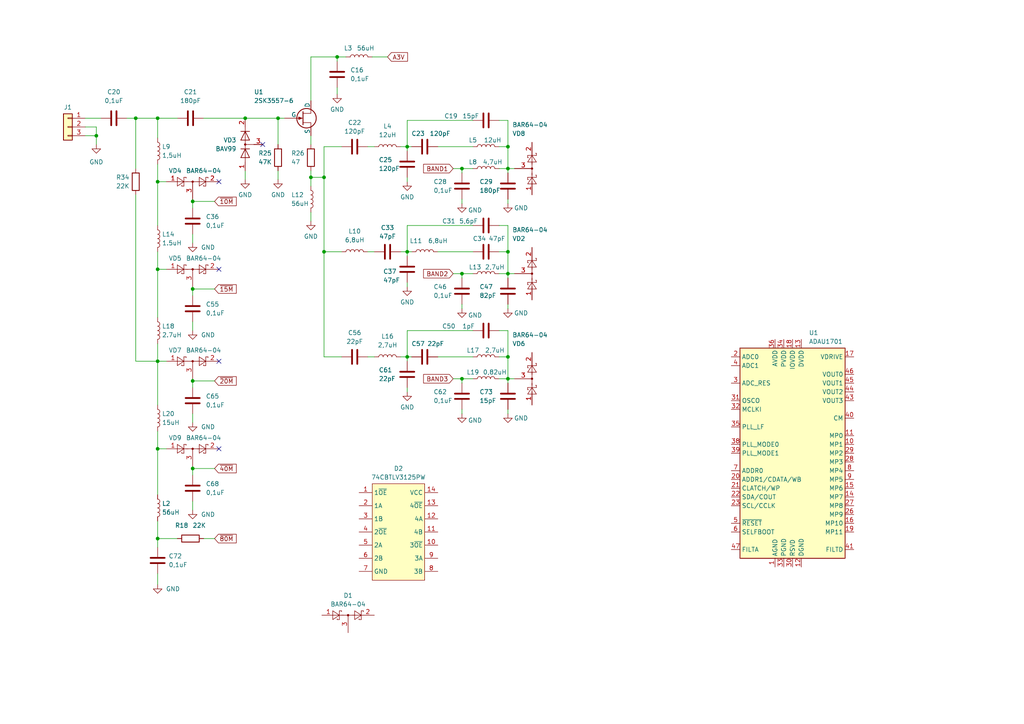
<source format=kicad_sch>
(kicad_sch (version 20230121) (generator eeschema)
  (paper "A4")
  (lib_symbols
    (symbol "Connector_Generic:Conn_01x03" (pin_names (offset 1.016) hide)
      (property "Reference" "J" (at 0 5.08 0))
      (property "Value" "Conn_01x03" (at 0 -5.08 0))
      (symbol "Conn_01x03_1_1"
        (rectangle (start -1.27 -2.413) (end 0 -2.667) (stroke (width 0.1524)))
        (rectangle (start -1.27 0.127) (end 0 -0.127) (stroke (width 0.1524)))
        (rectangle (start -1.27 2.667) (end 0 2.413) (stroke (width 0.1524)))
        (rectangle (start -1.27 3.81) (end 1.27 -3.81) (stroke (width 0.254)) (fill (type background)))
        (pin passive line (at -5.08 2.54 0) (length 3.81) (name "Pin_1") (number "1"))
        (pin passive line (at -5.08 0 0) (length 3.81) (name "Pin_2") (number "2"))
        (pin passive line (at -5.08 -2.54 0) (length 3.81) (name "Pin_3") (number "3"))
      )
    )
    (symbol "Custom_Symbols:74CBTLV3125PW"
      (property "Reference" "D" (at -1.27 16.51 0))
      (property "Value" "74CBTLV3125PW" (at 0 -16.51 0))
      (symbol "74CBTLV3125PW_1_1"
        (rectangle (start -7.62 13.97) (end 7.62 -13.97) (fill (type background)))
        (pin passive line (at -11.43 11.43 0) (length 3.81) (name "1~{OE}") (number "1"))
        (pin passive line (at 11.43 -3.81 180) (length 3.81) (name "3~{OE}") (number "10"))
        (pin passive line (at 11.43 0 180) (length 3.81) (name "4B") (number "11"))
        (pin passive line (at 11.43 3.81 180) (length 3.81) (name "4A") (number "12"))
        (pin passive line (at 11.43 7.62 180) (length 3.81) (name "4~{OE}") (number "13"))
        (pin power_in line (at 11.43 11.43 180) (length 3.81) (name "VCC") (number "14"))
        (pin passive line (at -11.43 7.62 0) (length 3.81) (name "1A") (number "2"))
        (pin passive line (at -11.43 3.81 0) (length 3.81) (name "1B") (number "3"))
        (pin passive line (at -11.43 0 0) (length 3.81) (name "2~{OE}") (number "4"))
        (pin passive line (at -11.43 -3.81 0) (length 3.81) (name "2A") (number "5"))
        (pin passive line (at -11.43 -7.62 0) (length 3.81) (name "2B") (number "6"))
        (pin power_in line (at -11.43 -11.43 0) (length 3.81) (name "GND") (number "7"))
        (pin passive line (at 11.43 -11.43 180) (length 3.81) (name "3B") (number "8"))
        (pin passive line (at 11.43 -7.62 180) (length 3.81) (name "3A") (number "9"))
      )
    )
    (symbol "DSP_AnalogDevices:ADAU1701"
      (property "Reference" "U" (at -12.7 31.75 0))
      (property "Value" "ADAU1701" (at 3.81 31.75 0))
      (symbol "ADAU1701_0_1"
        (rectangle (start -15.24 30.48) (end 15.24 -30.48) (stroke (width 0.254)) (fill (type background)))
      )
      (symbol "ADAU1701_1_1"
        (pin power_in line (at -5.08 -33.02 90) (length 2.54) (name "AGND") (number "1"))
        (pin bidirectional line (at 17.78 2.54 180) (length 2.54) (name "MP1") (number "10"))
        (pin bidirectional line (at 17.78 5.08 180) (length 2.54) (name "MP0") (number "11"))
        (pin power_in line (at 2.54 -33.02 90) (length 2.54) (name "DGND") (number "12"))
        (pin power_in line (at 2.54 33.02 270) (length 2.54) (name "DVDD") (number "13"))
        (pin bidirectional line (at 17.78 -12.7 180) (length 2.54) (name "MP7") (number "14"))
        (pin bidirectional line (at 17.78 -10.16 180) (length 2.54) (name "MP6") (number "15"))
        (pin bidirectional line (at 17.78 -20.32 180) (length 2.54) (name "MP10") (number "16"))
        (pin output line (at 17.78 27.94 180) (length 2.54) (name "VDRIVE") (number "17"))
        (pin power_in line (at 0 33.02 270) (length 2.54) (name "IOVDD") (number "18"))
        (pin bidirectional line (at 17.78 -22.86 180) (length 2.54) (name "MP11") (number "19"))
        (pin input line (at -17.78 27.94 0) (length 2.54) (name "ADC0") (number "2"))
        (pin input line (at -17.78 -7.62 0) (length 2.54) (name "ADDR1/CDATA/WB") (number "20"))
        (pin bidirectional line (at -17.78 -10.16 0) (length 2.54) (name "CLATCH/WP") (number "21"))
        (pin bidirectional line (at -17.78 -12.7 0) (length 2.54) (name "SDA/COUT") (number "22"))
        (pin bidirectional line (at -17.78 -15.24 0) (length 2.54) (name "SCL/CCLK") (number "23"))
        (pin passive line (at 2.54 33.02 270) (length 2.54) hide (name "DVDD") (number "24"))
        (pin passive line (at 2.54 -33.02 90) (length 2.54) hide (name "DGND") (number "25"))
        (pin bidirectional line (at 17.78 -17.78 180) (length 2.54) (name "MP9") (number "26"))
        (pin bidirectional line (at 17.78 -15.24 180) (length 2.54) (name "MP8") (number "27"))
        (pin bidirectional line (at 17.78 -2.54 180) (length 2.54) (name "MP3") (number "28"))
        (pin bidirectional line (at 17.78 0 180) (length 2.54) (name "MP2") (number "29"))
        (pin passive line (at -17.78 20.32 0) (length 2.54) (name "ADC_RES") (number "3"))
        (pin passive line (at 0 -33.02 90) (length 2.54) (name "RSVD") (number "30"))
        (pin passive line (at -17.78 15.24 0) (length 2.54) (name "OSCO") (number "31"))
        (pin passive line (at -17.78 12.7 0) (length 2.54) (name "MCLKI") (number "32"))
        (pin power_in line (at -2.54 -33.02 90) (length 2.54) (name "PGND") (number "33"))
        (pin power_in line (at -2.54 33.02 270) (length 2.54) (name "PVDD") (number "34"))
        (pin passive line (at -17.78 7.62 0) (length 2.54) (name "PLL_LF") (number "35"))
        (pin power_in line (at -5.08 33.02 270) (length 2.54) (name "AVDD") (number "36"))
        (pin passive line (at -5.08 -33.02 90) (length 2.54) hide (name "AGND") (number "37"))
        (pin input line (at -17.78 2.54 0) (length 2.54) (name "PLL_MODE0") (number "38"))
        (pin input line (at -17.78 0 0) (length 2.54) (name "PLL_MODE1") (number "39"))
        (pin input line (at -17.78 25.4 0) (length 2.54) (name "ADC1") (number "4"))
        (pin output line (at 17.78 10.16 180) (length 2.54) (name "CM") (number "40"))
        (pin output line (at 17.78 -27.94 180) (length 2.54) (name "FILTD") (number "41"))
        (pin passive line (at -5.08 -33.02 90) (length 2.54) hide (name "AGND") (number "42"))
        (pin output line (at 17.78 15.24 180) (length 2.54) (name "VOUT3") (number "43"))
        (pin output line (at 17.78 17.78 180) (length 2.54) (name "VOUT2") (number "44"))
        (pin output line (at 17.78 20.32 180) (length 2.54) (name "VOUT1") (number "45"))
        (pin output line (at 17.78 22.86 180) (length 2.54) (name "VOUT0") (number "46"))
        (pin output line (at -17.78 -27.94 0) (length 2.54) (name "FILTA") (number "47"))
        (pin passive line (at -5.08 33.02 270) (length 2.54) hide (name "AVDD") (number "48"))
        (pin input line (at -17.78 -20.32 0) (length 2.54) (name "~{RESET}") (number "5"))
        (pin input line (at -17.78 -22.86 0) (length 2.54) (name "SELFBOOT") (number "6"))
        (pin input line (at -17.78 -5.08 0) (length 2.54) (name "ADDR0") (number "7"))
        (pin bidirectional line (at 17.78 -5.08 180) (length 2.54) (name "MP4") (number "8"))
        (pin bidirectional line (at 17.78 -7.62 180) (length 2.54) (name "MP5") (number "9"))
      )
    )
    (symbol "Device:C" (pin_numbers hide) (pin_names (offset 0.254))
      (property "Reference" "C" (at 0.635 2.54 0))
      (property "Value" "C" (at 0.635 -2.54 0))
      (symbol "C_0_1"
        (polyline (pts (xy -2.032 -0.762) (xy 2.032 -0.762)) (stroke (width 0.508)))
        (polyline (pts (xy -2.032 0.762) (xy 2.032 0.762)) (stroke (width 0.508)))
      )
      (symbol "C_1_1"
        (pin passive line (at 0 3.81 270) (length 2.794) (name "~") (number "1"))
        (pin passive line (at 0 -3.81 90) (length 2.794) (name "~") (number "2"))
      )
    )
    (symbol "Device:L" (pin_numbers hide) (pin_names (offset 1.016) hide)
      (property "Reference" "L" (at -1.27 0 90))
      (property "Value" "L" (at 1.905 0 90))
      (symbol "L_0_1"
        (arc (start 0 -2.54) (mid 0.6323 -1.905) (end 0 -1.27))
        (arc (start 0 -1.27) (mid 0.6323 -0.635) (end 0 0))
        (arc (start 0 0) (mid 0.6323 0.635) (end 0 1.27))
        (arc (start 0 1.27) (mid 0.6323 1.905) (end 0 2.54))
      )
      (symbol "L_1_1"
        (pin passive line (at 0 3.81 270) (length 1.27) (name "1") (number "1"))
        (pin passive line (at 0 -3.81 90) (length 1.27) (name "2") (number "2"))
      )
    )
    (symbol "Device:R" (pin_numbers hide) (pin_names (offset 0))
      (property "Reference" "R" (at 2.032 0 90))
      (property "Value" "R" (at 0 0 90))
      (symbol "R_0_1"
        (rectangle (start -1.016 -2.54) (end 1.016 2.54) (stroke (width 0.254)))
      )
      (symbol "R_1_1"
        (pin passive line (at 0 3.81 270) (length 1.27) (name "~") (number "1"))
        (pin passive line (at 0 -3.81 90) (length 1.27) (name "~") (number "2"))
      )
    )
    (symbol "Diode:BAS40-04" (pin_names (offset 1.016))
      (property "Reference" "D" (at 0.635 -1.27 0))
      (property "Value" "BAS40-04" (at -6.35 5.715 0))
      (symbol "BAS40-04_0_1"
        (polyline (pts (xy -3.81 2.54) (xy -1.27 2.54)))
        (polyline (pts (xy -3.175 1.27) (xy -3.175 1.524)))
        (polyline (pts (xy -2.54 1.27) (xy -3.175 1.27)))
        (polyline (pts (xy -2.54 1.27) (xy -2.54 3.81)))
        (polyline (pts (xy -2.54 3.81) (xy -1.905 3.81)))
        (polyline (pts (xy -1.905 2.54) (xy 1.905 2.54)))
        (polyline (pts (xy -1.905 3.81) (xy -1.905 3.556)))
        (polyline (pts (xy 1.27 2.54) (xy 3.81 2.54)))
        (polyline (pts (xy 3.175 1.27) (xy 3.175 1.524)))
        (polyline (pts (xy 3.81 1.27) (xy 3.175 1.27)))
        (polyline (pts (xy 3.81 1.27) (xy 3.81 3.81)))
        (polyline (pts (xy 3.81 3.81) (xy 4.445 3.81)))
        (polyline (pts (xy 4.445 3.81) (xy 4.445 3.556)))
        (polyline (pts (xy -4.445 3.81) (xy -4.445 1.27) (xy -2.54 2.54) (xy -4.445 3.81)))
        (polyline (pts (xy 1.905 3.81) (xy 1.905 1.27) (xy 3.81 2.54) (xy 1.905 3.81)))
        (circle (center 0 2.54) (radius 0.254) (fill (type outline)))
      )
      (symbol "BAS40-04_1_1"
        (pin passive line (at -7.62 2.54 0) (length 3.81) (name "~") (number "1"))
        (pin passive line (at 7.62 2.54 180) (length 3.81) (name "~") (number "2"))
        (pin passive line (at 0 -2.54 90) (length 5.08) (name "~") (number "3"))
      )
    )
    (symbol "Diode:BAV99" (pin_names hide)
      (property "Reference" "D" (at 0 5.08 0))
      (property "Value" "BAV99" (at 0 2.54 0))
      (symbol "BAV99_0_1"
        (polyline (pts (xy -5.08 0) (xy 5.08 0)))
      )
      (symbol "BAV99_1_1"
        (polyline (pts (xy 0 0) (xy 0 -2.54)))
        (polyline (pts (xy -1.27 -1.27) (xy -1.27 1.27) (xy -1.27 1.27)) (stroke (width 0.2032)))
        (polyline (pts (xy 3.81 1.27) (xy 3.81 -1.27) (xy 3.81 -1.27)) (stroke (width 0.2032)))
        (polyline (pts (xy -3.81 1.27) (xy -1.27 0) (xy -3.81 -1.27) (xy -3.81 1.27) (xy -3.81 1.27) (xy -3.81 1.27)) (stroke (width 0.2032)))
        (polyline (pts (xy 1.27 1.27) (xy 3.81 0) (xy 1.27 -1.27) (xy 1.27 1.27) (xy 1.27 1.27) (xy 1.27 1.27)) (stroke (width 0.2032)))
        (circle (center 0 0) (radius 0.254) (fill (type outline)))
        (pin passive line (at -7.62 0 0) (length 2.54) (name "K") (number "1"))
        (pin passive line (at 7.62 0 180) (length 2.54) (name "A") (number "2"))
        (pin passive line (at 0 -5.08 90) (length 2.54) (name "K") (number "3"))
      )
    )
    (symbol "Simulation_SPICE:NJFET" (pin_numbers hide) (pin_names (offset 0))
      (property "Reference" "Q" (at 5.08 1.27 0))
      (property "Value" "NJFET" (at 5.08 -1.27 0))
      (symbol "NJFET_0_1"
        (polyline (pts (xy 0.254 1.905) (xy 0.254 -1.905) (xy 0.254 -1.905)) (stroke (width 0.254)))
        (polyline (pts (xy 2.54 -2.54) (xy 2.54 -1.27) (xy 0.254 -1.27)))
        (polyline (pts (xy 2.54 2.54) (xy 2.54 1.397) (xy 0.254 1.397)))
        (polyline (pts (xy 0 0) (xy -1.016 0.381) (xy -1.016 -0.381) (xy 0 0)) (fill (type outline)))
        (circle (center 1.27 0) (radius 2.8194) (stroke (width 0.254)))
      )
      (symbol "NJFET_1_1"
        (pin passive line (at 2.54 5.08 270) (length 2.54) (name "D") (number "1"))
        (pin input line (at -5.08 0 0) (length 5.334) (name "G") (number "2"))
        (pin passive line (at 2.54 -5.08 90) (length 2.54) (name "S") (number "3"))
      )
    )
    (symbol "power:GND" (power) (pin_names (offset 0))
      (property "Value" "GND" (at 0 -3.81 0))
      (symbol "GND_0_1"
        (polyline (pts (xy 0 0) (xy 0 -1.27) (xy 1.27 -1.27) (xy 0 -2.54) (xy -1.27 -1.27) (xy 0 -1.27)))
      )
      (symbol "GND_1_1"
        (pin power_in line (at 0 0 270) (length 0) hide (name "GND") (number "1"))
      )
    )
  )
  (junction (at 147.32 79.375))
  (junction (at 27.94 39.37))
  (junction (at 133.985 48.895))
  (junction (at 45.72 156.21))
  (junction (at 97.79 16.51))
  (junction (at 133.985 109.855))
  (junction (at 55.88 58.42))
  (junction (at 147.32 48.895))
  (junction (at 133.985 79.375))
  (junction (at 45.72 104.775))
  (junction (at 90.17 51.435))
  (junction (at 118.11 73.025))
  (junction (at 71.12 34.29))
  (junction (at 45.72 130.175))
  (junction (at 147.32 109.855))
  (junction (at 118.11 42.545))
  (junction (at 147.32 73.025))
  (junction (at 55.88 83.82))
  (junction (at 80.645 34.29))
  (junction (at 93.98 73.025))
  (junction (at 93.98 51.435))
  (junction (at 55.88 110.49))
  (junction (at 45.72 78.105))
  (junction (at 55.88 135.89))
  (junction (at 147.32 103.505))
  (junction (at 118.11 103.505))
  (junction (at 39.37 34.29))
  (junction (at 45.72 34.29))
  (junction (at 147.32 42.545))
  (junction (at 45.72 52.705))
  (no_connect (at 63.5 104.775))
  (no_connect (at 63.5 78.105))
  (no_connect (at 63.5 130.175))
  (no_connect (at 63.5 52.705))
  (no_connect (at 76.2 41.91))
  (wire (pts (xy 106.68 73.025) (xy 108.585 73.025)))
  (wire (pts (xy 93.98 103.505) (xy 99.06 103.505)))
  (wire (pts (xy 62.23 83.82) (xy 55.88 83.82)))
  (wire (pts (xy 59.055 156.21) (xy 62.23 156.21)))
  (wire (pts (xy 144.78 48.895) (xy 147.32 48.895)))
  (wire (pts (xy 55.88 135.89) (xy 55.88 137.795)))
  (wire (pts (xy 118.11 42.545) (xy 119.38 42.545)))
  (wire (pts (xy 147.32 79.375) (xy 149.225 79.375)))
  (wire (pts (xy 45.72 78.105) (xy 48.26 78.105)))
  (wire (pts (xy 118.11 42.545) (xy 118.11 43.815)))
  (wire (pts (xy 45.72 156.21) (xy 51.435 156.21)))
  (wire (pts (xy 71.12 49.53) (xy 71.12 52.07)))
  (wire (pts (xy 80.645 49.53) (xy 80.645 52.07)))
  (wire (pts (xy 45.72 34.29) (xy 45.72 40.005)))
  (wire (pts (xy 27.94 36.83) (xy 27.94 39.37)))
  (wire (pts (xy 147.32 103.505) (xy 147.32 109.855)))
  (wire (pts (xy 133.985 80.645) (xy 133.985 79.375)))
  (wire (pts (xy 93.98 73.025) (xy 93.98 103.505)))
  (wire (pts (xy 127 103.505) (xy 137.16 103.505)))
  (wire (pts (xy 45.72 73.025) (xy 45.72 78.105)))
  (wire (pts (xy 131.445 109.855) (xy 133.985 109.855)))
  (wire (pts (xy 27.94 39.37) (xy 27.94 41.91)))
  (wire (pts (xy 133.985 79.375) (xy 137.16 79.375)))
  (wire (pts (xy 55.88 120.015) (xy 55.88 122.555)))
  (wire (pts (xy 131.445 48.895) (xy 133.985 48.895)))
  (wire (pts (xy 147.32 118.745) (xy 147.32 120.015)))
  (wire (pts (xy 45.72 125.095) (xy 45.72 130.175)))
  (wire (pts (xy 93.98 42.545) (xy 93.98 51.435)))
  (wire (pts (xy 45.72 104.775) (xy 45.72 117.475)))
  (wire (pts (xy 55.88 110.49) (xy 55.88 112.395)))
  (wire (pts (xy 144.78 73.025) (xy 147.32 73.025)))
  (wire (pts (xy 147.32 42.545) (xy 147.32 48.895)))
  (wire (pts (xy 147.32 48.895) (xy 149.225 48.895)))
  (wire (pts (xy 118.11 51.435) (xy 118.11 52.705)))
  (wire (pts (xy 118.11 34.925) (xy 118.11 42.545)))
  (wire (pts (xy 137.16 34.925) (xy 118.11 34.925)))
  (wire (pts (xy 144.78 65.405) (xy 147.32 65.405)))
  (wire (pts (xy 45.72 52.705) (xy 48.26 52.705)))
  (wire (pts (xy 116.205 42.545) (xy 118.11 42.545)))
  (wire (pts (xy 62.23 110.49) (xy 55.88 110.49)))
  (wire (pts (xy 106.68 103.505) (xy 108.585 103.505)))
  (wire (pts (xy 147.32 57.785) (xy 147.32 59.055)))
  (wire (pts (xy 39.37 56.515) (xy 39.37 104.775)))
  (wire (pts (xy 133.985 111.125) (xy 133.985 109.855)))
  (wire (pts (xy 133.985 118.745) (xy 133.985 120.015)))
  (wire (pts (xy 51.435 34.29) (xy 45.72 34.29)))
  (wire (pts (xy 80.645 41.91) (xy 80.645 34.29)))
  (wire (pts (xy 97.79 16.51) (xy 100.33 16.51)))
  (wire (pts (xy 45.72 104.775) (xy 48.26 104.775)))
  (wire (pts (xy 55.88 58.42) (xy 55.88 60.325)))
  (wire (pts (xy 127 42.545) (xy 137.16 42.545)))
  (wire (pts (xy 55.88 135.255) (xy 55.88 135.89)))
  (wire (pts (xy 55.88 83.82) (xy 55.88 85.725)))
  (wire (pts (xy 45.72 130.175) (xy 48.26 130.175)))
  (wire (pts (xy 133.985 57.785) (xy 133.985 59.055)))
  (wire (pts (xy 90.17 49.53) (xy 90.17 51.435)))
  (wire (pts (xy 144.78 79.375) (xy 147.32 79.375)))
  (wire (pts (xy 45.72 99.695) (xy 45.72 104.775)))
  (wire (pts (xy 45.72 151.13) (xy 45.72 156.21)))
  (wire (pts (xy 45.72 130.175) (xy 45.72 143.51)))
  (wire (pts (xy 144.78 95.885) (xy 147.32 95.885)))
  (wire (pts (xy 45.72 156.21) (xy 45.72 158.75)))
  (wire (pts (xy 62.23 58.42) (xy 55.88 58.42)))
  (wire (pts (xy 107.95 16.51) (xy 112.395 16.51)))
  (wire (pts (xy 90.17 51.435) (xy 90.17 53.975)))
  (wire (pts (xy 90.17 16.51) (xy 90.17 29.21)))
  (wire (pts (xy 147.32 73.025) (xy 147.32 79.375)))
  (wire (pts (xy 118.11 73.025) (xy 119.38 73.025)))
  (wire (pts (xy 45.72 47.625) (xy 45.72 52.705)))
  (wire (pts (xy 45.72 34.29) (xy 39.37 34.29)))
  (wire (pts (xy 55.88 109.855) (xy 55.88 110.49)))
  (wire (pts (xy 97.79 25.4) (xy 97.79 27.305)))
  (wire (pts (xy 118.11 95.885) (xy 118.11 103.505)))
  (wire (pts (xy 90.17 16.51) (xy 97.79 16.51)))
  (wire (pts (xy 90.17 39.37) (xy 90.17 41.91)))
  (wire (pts (xy 80.645 34.29) (xy 82.55 34.29)))
  (wire (pts (xy 24.765 36.83) (xy 27.94 36.83)))
  (wire (pts (xy 62.23 135.89) (xy 55.88 135.89)))
  (wire (pts (xy 90.17 51.435) (xy 93.98 51.435)))
  (wire (pts (xy 131.445 79.375) (xy 133.985 79.375)))
  (wire (pts (xy 133.985 50.165) (xy 133.985 48.895)))
  (wire (pts (xy 39.37 104.775) (xy 45.72 104.775)))
  (wire (pts (xy 97.79 16.51) (xy 97.79 17.78)))
  (wire (pts (xy 80.645 34.29) (xy 71.12 34.29)))
  (wire (pts (xy 39.37 34.29) (xy 39.37 48.895)))
  (wire (pts (xy 147.32 109.855) (xy 149.225 109.855)))
  (wire (pts (xy 144.78 109.855) (xy 147.32 109.855)))
  (wire (pts (xy 55.88 93.345) (xy 55.88 95.885)))
  (wire (pts (xy 24.765 39.37) (xy 27.94 39.37)))
  (wire (pts (xy 45.72 166.37) (xy 45.72 169.545)))
  (wire (pts (xy 144.78 34.925) (xy 147.32 34.925)))
  (wire (pts (xy 118.11 103.505) (xy 118.11 104.775)))
  (wire (pts (xy 55.88 67.945) (xy 55.88 70.485)))
  (wire (pts (xy 147.32 34.925) (xy 147.32 42.545)))
  (wire (pts (xy 106.68 42.545) (xy 108.585 42.545)))
  (wire (pts (xy 133.985 48.895) (xy 137.16 48.895)))
  (wire (pts (xy 147.32 109.855) (xy 147.32 111.125)))
  (wire (pts (xy 118.11 103.505) (xy 119.38 103.505)))
  (wire (pts (xy 127 73.025) (xy 137.16 73.025)))
  (wire (pts (xy 93.98 73.025) (xy 99.06 73.025)))
  (wire (pts (xy 147.32 79.375) (xy 147.32 80.645)))
  (wire (pts (xy 118.11 112.395) (xy 118.11 113.665)))
  (wire (pts (xy 36.83 34.29) (xy 39.37 34.29)))
  (wire (pts (xy 55.88 83.185) (xy 55.88 83.82)))
  (wire (pts (xy 118.11 81.915) (xy 118.11 83.185)))
  (wire (pts (xy 90.17 61.595) (xy 90.17 64.135)))
  (wire (pts (xy 55.88 145.415) (xy 55.88 147.955)))
  (wire (pts (xy 55.88 57.785) (xy 55.88 58.42)))
  (wire (pts (xy 116.205 103.505) (xy 118.11 103.505)))
  (wire (pts (xy 144.78 42.545) (xy 147.32 42.545)))
  (wire (pts (xy 59.055 34.29) (xy 71.12 34.29)))
  (wire (pts (xy 45.72 52.705) (xy 45.72 65.405)))
  (wire (pts (xy 133.985 88.265) (xy 133.985 89.535)))
  (wire (pts (xy 99.06 42.545) (xy 93.98 42.545)))
  (wire (pts (xy 93.98 51.435) (xy 93.98 73.025)))
  (wire (pts (xy 137.16 65.405) (xy 118.11 65.405)))
  (wire (pts (xy 147.32 65.405) (xy 147.32 73.025)))
  (wire (pts (xy 133.985 109.855) (xy 137.16 109.855)))
  (wire (pts (xy 24.765 34.29) (xy 29.21 34.29)))
  (wire (pts (xy 137.16 95.885) (xy 118.11 95.885)))
  (wire (pts (xy 116.205 73.025) (xy 118.11 73.025)))
  (wire (pts (xy 118.11 73.025) (xy 118.11 74.295)))
  (wire (pts (xy 147.32 88.265) (xy 147.32 89.535)))
  (wire (pts (xy 147.32 95.885) (xy 147.32 103.505)))
  (wire (pts (xy 45.72 78.105) (xy 45.72 92.075)))
  (wire (pts (xy 147.32 48.895) (xy 147.32 50.165)))
  (wire (pts (xy 144.78 103.505) (xy 147.32 103.505)))
  (wire (pts (xy 118.11 65.405) (xy 118.11 73.025)))
  (global_label "~{80M}" (shape input) (at 62.23 156.21 0) (property "Intersheetrefs" "${INTERSHEET_REFS}" (effects hide)))
  (global_label "BAND1" (shape input) (at 131.445 48.895 180) (property "Intersheetrefs" "${INTERSHEET_REFS}" (effects hide)))
  (global_label "~{10M}" (shape input) (at 62.23 58.42 0) (property "Intersheetrefs" "${INTERSHEET_REFS}" (effects hide)))
  (global_label "BAND3" (shape input) (at 131.445 109.855 180) (property "Intersheetrefs" "${INTERSHEET_REFS}" (effects hide)))
  (global_label "~{15M}" (shape input) (at 62.23 83.82 0) (property "Intersheetrefs" "${INTERSHEET_REFS}" (effects hide)))
  (global_label "~{20M}" (shape input) (at 62.23 110.49 0) (property "Intersheetrefs" "${INTERSHEET_REFS}" (effects hide)))
  (global_label "BAND2" (shape input) (at 131.445 79.375 180) (property "Intersheetrefs" "${INTERSHEET_REFS}" (effects hide)))
  (global_label "~{40M}" (shape input) (at 62.23 135.89 0) (property "Intersheetrefs" "${INTERSHEET_REFS}" (effects hide)))
  (global_label "A3V" (shape input) (at 112.395 16.51 0) (property "Intersheetrefs" "${INTERSHEET_REFS}" (effects hide)))
  (symbol (lib_id "Device:C") (at 123.19 42.545 270) (unit 1)
    (property "Reference" "C23" (at 121.285 38.735 90))
    (property "Value" "120pF" (at 127.635 38.735 90))
  )
  (symbol (lib_id "power:GND") (at 133.985 120.015 0) (unit 1)
    (property "Reference" "#PWR034" (effects hide))
    (property "Value" "GND" (at 137.795 121.92 0))
  )
  (symbol (lib_id "Device:C") (at 140.97 73.025 270) (unit 1)
    (property "Reference" "C34" (at 139.065 69.215 90))
    (property "Value" "47pF" (at 144.145 69.215 90))
  )
  (symbol (lib_id "Device:C") (at 45.72 162.56 180) (unit 1)
    (property "Reference" "C72" (at 48.895 161.29 0) (effects (justify right)))
    (property "Value" "0,1uF" (at 48.895 163.83 0) (effects (justify right)))
  )
  (symbol (lib_id "power:GND") (at 118.11 52.705 0) (unit 1)
    (property "Reference" "#PWR036" (effects hide))
    (property "Value" "GND" (at 118.11 57.15 0))
  )
  (symbol (lib_id "Device:L") (at 140.97 109.855 90) (unit 1)
    (property "Reference" "L19" (at 137.16 107.95 90))
    (property "Value" "0,82uH" (at 143.51 107.95 90))
  )
  (symbol (lib_id "power:GND") (at 27.94 41.91 0) (unit 1)
    (property "Reference" "#PWR020" (effects hide))
    (property "Value" "GND" (at 27.94 46.99 0))
  )
  (symbol (lib_id "Diode:BAS40-04") (at 55.88 107.315 0) (unit 1)
    (property "Reference" "VD7" (at 50.8 101.6 0))
    (property "Value" "BAR64-04" (at 59.055 101.6 0))
    (property "Footprint" "Package_TO_SOT_SMD:SOT-23" (effects hide))
    (property "Datasheet" "http://www.vishay.com/docs/85701/bas40v.pdf" (effects hide))
  )
  (symbol (lib_id "Device:C") (at 118.11 108.585 180) (unit 1)
    (property "Reference" "C61" (at 109.855 107.315 0) (effects (justify right)))
    (property "Value" "22pF" (at 109.855 109.855 0) (effects (justify right)))
  )
  (symbol (lib_id "Device:L") (at 45.72 95.885 0) (unit 1)
    (property "Reference" "L18" (at 46.99 94.615 0) (effects (justify left)))
    (property "Value" "2.7uH" (at 46.99 97.155 0) (effects (justify left)))
  )
  (symbol (lib_id "Device:C") (at 102.87 42.545 270) (unit 1)
    (property "Reference" "C22" (at 102.87 35.56 90))
    (property "Value" "120pF" (at 102.87 38.1 90))
  )
  (symbol (lib_id "Device:C") (at 112.395 73.025 270) (unit 1)
    (property "Reference" "C33" (at 112.395 66.04 90))
    (property "Value" "47pF" (at 112.395 68.58 90))
  )
  (symbol (lib_id "Connector_Generic:Conn_01x03") (at 19.685 36.83 0) (mirror y) (unit 1)
    (property "Reference" "J1" (at 19.685 31.115 0))
    (property "Value" "Conn_01x03" (effects hide))
  )
  (symbol (lib_id "Device:L") (at 140.97 42.545 90) (unit 1)
    (property "Reference" "L5" (at 137.16 40.64 90))
    (property "Value" "12uH" (at 142.875 40.64 90))
  )
  (symbol (lib_id "Device:C") (at 33.02 34.29 90) (unit 1)
    (property "Reference" "C20" (at 33.02 26.67 90))
    (property "Value" "0,1uF" (at 33.02 29.21 90))
  )
  (symbol (lib_id "power:GND") (at 118.11 83.185 0) (unit 1)
    (property "Reference" "#PWR030" (effects hide))
    (property "Value" "GND" (at 118.11 87.63 0))
  )
  (symbol (lib_id "Device:L") (at 45.72 69.215 0) (unit 1)
    (property "Reference" "L14" (at 46.99 67.945 0) (effects (justify left)))
    (property "Value" "1.5uH" (at 46.99 70.485 0) (effects (justify left)))
  )
  (symbol (lib_id "power:GND") (at 133.985 89.535 0) (unit 1)
    (property "Reference" "#PWR031" (effects hide))
    (property "Value" "GND" (at 137.795 91.44 0))
  )
  (symbol (lib_id "Device:C") (at 133.985 84.455 180) (unit 1)
    (property "Reference" "C46" (at 125.73 83.185 0) (effects (justify right)))
    (property "Value" "0,1uF" (at 125.73 85.725 0) (effects (justify right)))
  )
  (symbol (lib_id "Diode:BAS40-04") (at 151.765 109.855 270) (mirror x) (unit 1)
    (property "Reference" "VD6" (at 148.59 99.695 90) (effects (justify left)))
    (property "Value" "BAR64-04" (at 148.59 97.155 90) (effects (justify left)))
    (property "Footprint" "Package_TO_SOT_SMD:SOT-23" (effects hide))
    (property "Datasheet" "http://www.vishay.com/docs/85701/bas40v.pdf" (effects hide))
  )
  (symbol (lib_id "Device:C") (at 102.87 103.505 270) (unit 1)
    (property "Reference" "C56" (at 102.87 96.52 90))
    (property "Value" "22pF" (at 102.87 99.06 90))
  )
  (symbol (lib_id "Diode:BAS40-04") (at 100.965 180.975 0) (unit 1)
    (property "Reference" "D1" (at 100.965 172.72 0))
    (property "Value" "BAR64-04" (at 100.965 175.26 0))
    (property "Footprint" "Package_TO_SOT_SMD:SOT-23" (effects hide))
    (property "Datasheet" "http://www.vishay.com/docs/85701/bas40v.pdf" (effects hide))
  )
  (symbol (lib_id "Device:C") (at 55.88 89.535 0) (unit 1)
    (property "Reference" "C55" (at 59.69 88.265 0) (effects (justify left)))
    (property "Value" "0,1uF" (at 59.69 90.805 0) (effects (justify left)))
  )
  (symbol (lib_id "power:GND") (at 147.32 120.015 0) (unit 1)
    (property "Reference" "#PWR035" (effects hide))
    (property "Value" "GND" (at 151.13 121.285 0))
  )
  (symbol (lib_id "Device:C") (at 140.97 34.925 270) (unit 1)
    (property "Reference" "C19" (at 130.81 33.655 90))
    (property "Value" "15pF" (at 136.525 33.655 90))
  )
  (symbol (lib_id "DSP_AnalogDevices:ADAU1701") (at 229.87 131.445 0) (unit 1)
    (property "Reference" "U1" (at 234.6041 96.52 0) (effects (justify left)))
    (property "Value" "ADAU1701" (at 234.6041 99.06 0) (effects (justify left)))
    (property "Footprint" "Package_QFP:LQFP-48_7x7mm_P0.5mm" (effects hide))
    (property "Datasheet" "https://www.analog.com/media/en/technical-documentation/data-sheets/ADAU1701.pdf" (effects hide))
  )
  (symbol (lib_id "Diode:BAS40-04") (at 55.88 55.245 0) (unit 1)
    (property "Reference" "VD4" (at 50.8 49.53 0))
    (property "Value" "BAR64-04" (at 59.055 49.53 0))
    (property "Footprint" "Package_TO_SOT_SMD:SOT-23" (effects hide))
    (property "Datasheet" "http://www.vishay.com/docs/85701/bas40v.pdf" (effects hide))
  )
  (symbol (lib_id "Device:L") (at 140.97 48.895 90) (unit 1)
    (property "Reference" "L8" (at 137.16 46.99 90))
    (property "Value" "4,7uH" (at 142.875 46.99 90))
  )
  (symbol (lib_id "Device:L") (at 102.87 73.025 90) (unit 1)
    (property "Reference" "L10" (at 102.87 67.0724 90))
    (property "Value" "6,8uH" (at 102.87 69.6124 90))
  )
  (symbol (lib_id "Diode:BAS40-04") (at 55.88 80.645 0) (unit 1)
    (property "Reference" "VD5" (at 50.8 74.93 0))
    (property "Value" "BAR64-04" (at 59.055 74.93 0))
    (property "Footprint" "Package_TO_SOT_SMD:SOT-23" (effects hide))
    (property "Datasheet" "http://www.vishay.com/docs/85701/bas40v.pdf" (effects hide))
  )
  (symbol (lib_id "Device:C") (at 123.19 103.505 270) (unit 1)
    (property "Reference" "C57" (at 121.285 99.695 90))
    (property "Value" "22pF" (at 126.365 99.695 90))
  )
  (symbol (lib_id "Device:L") (at 45.72 121.285 0) (unit 1)
    (property "Reference" "L20" (at 46.99 120.015 0) (effects (justify left)))
    (property "Value" "15uH" (at 46.99 122.555 0) (effects (justify left)))
  )
  (symbol (lib_id "Device:C") (at 147.32 53.975 180) (unit 1)
    (property "Reference" "C29" (at 139.065 52.705 0) (effects (justify right)))
    (property "Value" "180pF" (at 139.065 55.245 0) (effects (justify right)))
  )
  (symbol (lib_id "power:GND") (at 97.79 27.305 0) (unit 1)
    (property "Reference" "#PWR029" (effects hide))
    (property "Value" "GND" (at 97.79 31.75 0))
  )
  (symbol (lib_id "Device:C") (at 133.985 114.935 180) (unit 1)
    (property "Reference" "C62" (at 125.73 113.665 0) (effects (justify right)))
    (property "Value" "0,1uF" (at 125.73 116.205 0) (effects (justify right)))
  )
  (symbol (lib_id "Device:L") (at 104.14 16.51 90) (unit 1)
    (property "Reference" "L3" (at 100.965 13.97 90))
    (property "Value" "56uH" (at 106.045 13.97 90))
  )
  (symbol (lib_id "Diode:BAV99") (at 71.12 41.91 90) (unit 1)
    (property "Reference" "VD3" (at 68.58 40.64 90) (effects (justify left)))
    (property "Value" "BAV99" (at 68.58 43.18 90) (effects (justify left)))
    (property "Footprint" "Package_TO_SOT_SMD:SOT-23" (effects hide))
    (property "Datasheet" "https://assets.nexperia.com/documents/data-sheet/BAV99_SER.pdf" (effects hide))
  )
  (symbol (lib_id "Device:L") (at 123.19 73.025 90) (unit 1)
    (property "Reference" "L11" (at 120.65 69.85 90))
    (property "Value" "6,8uH" (at 127 69.85 90))
  )
  (symbol (lib_id "power:GND") (at 55.88 147.955 0) (unit 1)
    (property "Reference" "#PWR024" (effects hide))
    (property "Value" "GND" (at 60.325 149.225 0))
  )
  (symbol (lib_id "Device:C") (at 55.245 34.29 90) (unit 1)
    (property "Reference" "C21" (at 55.245 26.67 90))
    (property "Value" "180pF" (at 55.245 29.21 90))
  )
  (symbol (lib_id "Device:C") (at 140.97 65.405 270) (unit 1)
    (property "Reference" "C31" (at 130.175 64.135 90))
    (property "Value" "5,6pF" (at 135.89 64.135 90))
  )
  (symbol (lib_id "power:GND") (at 45.72 169.545 0) (unit 1)
    (property "Reference" "#PWR025" (effects hide))
    (property "Value" "GND" (at 50.165 170.815 0))
  )
  (symbol (lib_id "Device:R") (at 80.645 45.72 0) (unit 1)
    (property "Reference" "R25" (at 74.93 44.45 0) (effects (justify left)))
    (property "Value" "47K" (at 74.93 46.99 0) (effects (justify left)))
  )
  (symbol (lib_id "power:GND") (at 118.11 113.665 0) (unit 1)
    (property "Reference" "#PWR033" (effects hide))
    (property "Value" "GND" (at 118.11 118.11 0))
  )
  (symbol (lib_id "Diode:BAS40-04") (at 55.88 132.715 0) (unit 1)
    (property "Reference" "VD9" (at 50.8 127 0))
    (property "Value" "BAR64-04" (at 59.055 127 0))
    (property "Footprint" "Package_TO_SOT_SMD:SOT-23" (effects hide))
    (property "Datasheet" "http://www.vishay.com/docs/85701/bas40v.pdf" (effects hide))
  )
  (symbol (lib_id "Device:L") (at 112.395 103.505 90) (unit 1)
    (property "Reference" "L16" (at 112.395 97.5524 90))
    (property "Value" "2,7uH" (at 112.395 100.0924 90))
  )
  (symbol (lib_id "Device:R") (at 90.17 45.72 0) (unit 1)
    (property "Reference" "R26" (at 84.455 44.45 0) (effects (justify left)))
    (property "Value" "47" (at 84.455 46.99 0) (effects (justify left)))
  )
  (symbol (lib_id "Device:C") (at 147.32 114.935 180) (unit 1)
    (property "Reference" "C73" (at 139.065 113.665 0) (effects (justify right)))
    (property "Value" "15pF" (at 139.065 116.205 0) (effects (justify right)))
  )
  (symbol (lib_id "power:GND") (at 90.17 64.135 0) (unit 1)
    (property "Reference" "#PWR028" (effects hide))
    (property "Value" "GND" (at 90.17 68.58 0))
  )
  (symbol (lib_id "Device:C") (at 118.11 47.625 180) (unit 1)
    (property "Reference" "C25" (at 109.855 46.355 0) (effects (justify right)))
    (property "Value" "120pF" (at 109.855 48.895 0) (effects (justify right)))
  )
  (symbol (lib_id "Custom_Symbols:74CBTLV3125PW") (at 115.57 154.305 0) (unit 1)
    (property "Reference" "D2" (at 115.57 135.89 0))
    (property "Value" "74CBTLV3125PW" (at 115.57 138.43 0))
    (property "Footprint" "Package_SO:TSSOP-14_4.4x5mm_P0.65mm" (effects hide))
  )
  (symbol (lib_id "Device:L") (at 140.97 103.505 90) (unit 1)
    (property "Reference" "L17" (at 137.16 101.6 90))
    (property "Value" "2,7uH" (at 143.51 101.6 90))
  )
  (symbol (lib_id "Diode:BAS40-04") (at 151.765 79.375 270) (mirror x) (unit 1)
    (property "Reference" "VD2" (at 148.59 69.215 90) (effects (justify left)))
    (property "Value" "BAR64-04" (at 148.59 66.675 90) (effects (justify left)))
    (property "Footprint" "Package_TO_SOT_SMD:SOT-23" (effects hide))
    (property "Datasheet" "http://www.vishay.com/docs/85701/bas40v.pdf" (effects hide))
  )
  (symbol (lib_id "power:GND") (at 55.88 95.885 0) (unit 1)
    (property "Reference" "#PWR022" (effects hide))
    (property "Value" "GND" (at 60.325 97.155 0))
  )
  (symbol (lib_id "power:GND") (at 55.88 122.555 0) (unit 1)
    (property "Reference" "#PWR023" (effects hide))
    (property "Value" "GND" (at 60.325 123.825 0))
  )
  (symbol (lib_id "Device:R") (at 55.245 156.21 90) (unit 1)
    (property "Reference" "R18" (at 52.705 152.4 90))
    (property "Value" "22K" (at 57.785 152.4 90))
  )
  (symbol (lib_id "power:GND") (at 133.985 59.055 0) (unit 1)
    (property "Reference" "#PWR037" (effects hide))
    (property "Value" "GND" (at 137.795 60.96 0))
  )
  (symbol (lib_id "power:GND") (at 147.32 89.535 0) (unit 1)
    (property "Reference" "#PWR032" (effects hide))
    (property "Value" "GND" (at 151.13 90.805 0))
  )
  (symbol (lib_id "Device:C") (at 55.88 64.135 0) (unit 1)
    (property "Reference" "C36" (at 59.69 62.865 0) (effects (justify left)))
    (property "Value" "0,1uF" (at 59.69 65.405 0) (effects (justify left)))
  )
  (symbol (lib_id "power:GND") (at 71.12 52.07 0) (unit 1)
    (property "Reference" "#PWR026" (effects hide))
    (property "Value" "GND" (at 71.12 56.515 0))
  )
  (symbol (lib_id "Device:C") (at 118.11 78.105 180) (unit 1)
    (property "Reference" "C37" (at 111.125 78.74 0) (effects (justify right)))
    (property "Value" "47pF" (at 111.125 81.28 0) (effects (justify right)))
  )
  (symbol (lib_id "Diode:BAS40-04") (at 151.765 48.895 270) (mirror x) (unit 1)
    (property "Reference" "VD8" (at 148.59 38.735 90) (effects (justify left)))
    (property "Value" "BAR64-04" (at 148.59 36.195 90) (effects (justify left)))
    (property "Footprint" "Package_TO_SOT_SMD:SOT-23" (effects hide))
    (property "Datasheet" "http://www.vishay.com/docs/85701/bas40v.pdf" (effects hide))
  )
  (symbol (lib_id "power:GND") (at 147.32 59.055 0) (unit 1)
    (property "Reference" "#PWR038" (effects hide))
    (property "Value" "GND" (at 151.13 60.325 0))
  )
  (symbol (lib_id "Device:C") (at 97.79 21.59 180) (unit 1)
    (property "Reference" "C16" (at 101.6 20.32 0) (effects (justify right)))
    (property "Value" "0,1uF" (at 101.6 22.86 0) (effects (justify right)))
  )
  (symbol (lib_id "Device:L") (at 45.72 43.815 0) (unit 1)
    (property "Reference" "L9" (at 46.99 42.545 0) (effects (justify left)))
    (property "Value" "1,5uH" (at 46.99 45.085 0) (effects (justify left)))
  )
  (symbol (lib_id "Device:L") (at 90.17 57.785 0) (unit 1)
    (property "Reference" "L12" (at 84.455 56.515 0) (effects (justify left)))
    (property "Value" "56uH" (at 84.455 59.055 0) (effects (justify left)))
  )
  (symbol (lib_id "power:GND") (at 80.645 52.07 0) (unit 1)
    (property "Reference" "#PWR027" (effects hide))
    (property "Value" "GND" (at 80.645 56.515 0))
  )
  (symbol (lib_id "Device:L") (at 112.395 42.545 90) (unit 1)
    (property "Reference" "L4" (at 112.395 36.5924 90))
    (property "Value" "12uH" (at 112.395 39.1324 90))
  )
  (symbol (lib_id "Device:R") (at 39.37 52.705 0) (unit 1)
    (property "Reference" "R34" (at 33.655 51.435 0) (effects (justify left)))
    (property "Value" "22K" (at 33.655 53.975 0) (effects (justify left)))
  )
  (symbol (lib_id "Device:L") (at 45.72 147.32 0) (unit 1)
    (property "Reference" "L2" (at 46.99 146.05 0) (effects (justify left)))
    (property "Value" "56uH" (at 46.99 148.59 0) (effects (justify left)))
  )
  (symbol (lib_id "Device:C") (at 55.88 116.205 0) (unit 1)
    (property "Reference" "C65" (at 59.69 114.935 0) (effects (justify left)))
    (property "Value" "0,1uF" (at 59.69 117.475 0) (effects (justify left)))
  )
  (symbol (lib_id "Device:C") (at 55.88 141.605 0) (unit 1)
    (property "Reference" "C68" (at 59.69 140.335 0) (effects (justify left)))
    (property "Value" "0,1uF" (at 59.69 142.875 0) (effects (justify left)))
  )
  (symbol (lib_id "power:GND") (at 55.88 70.485 0) (unit 1)
    (property "Reference" "#PWR021" (effects hide))
    (property "Value" "GND" (at 60.325 71.755 0))
  )
  (symbol (lib_id "Device:L") (at 140.97 79.375 90) (unit 1)
    (property "Reference" "L13" (at 137.795 77.47 90))
    (property "Value" "2,7uH" (at 143.51 77.47 90))
  )
  (symbol (lib_id "Device:C") (at 147.32 84.455 180) (unit 1)
    (property "Reference" "C47" (at 139.065 83.185 0) (effects (justify right)))
    (property "Value" "82pF" (at 139.065 85.725 0) (effects (justify right)))
  )
  (symbol (lib_id "Simulation_SPICE:NJFET") (at 87.63 34.29 0) (unit 1)
    (property "Reference" "U1" (at 73.66 26.67 0) (effects (justify left)))
    (property "Value" "2SK3557-6" (at 73.66 29.21 0) (effects (justify left)))
    (property "Sim.Device" "NJFET" (effects hide))
    (property "Sim.Type" "SHICHMANHODGES" (effects hide))
    (property "Sim.Pins" "1=D 2=G 3=S" (effects hide))
  )
  (symbol (lib_id "Device:C") (at 133.985 53.975 180) (unit 1)
    (property "Reference" "C28" (at 125.73 52.705 0) (effects (justify right)))
    (property "Value" "0,1uF" (at 125.73 55.245 0) (effects (justify right)))
  )
  (symbol (lib_id "Device:C") (at 140.97 95.885 270) (unit 1)
    (property "Reference" "C50" (at 130.175 94.615 90))
    (property "Value" "1pF" (at 135.89 94.615 90))
  )
)
</source>
